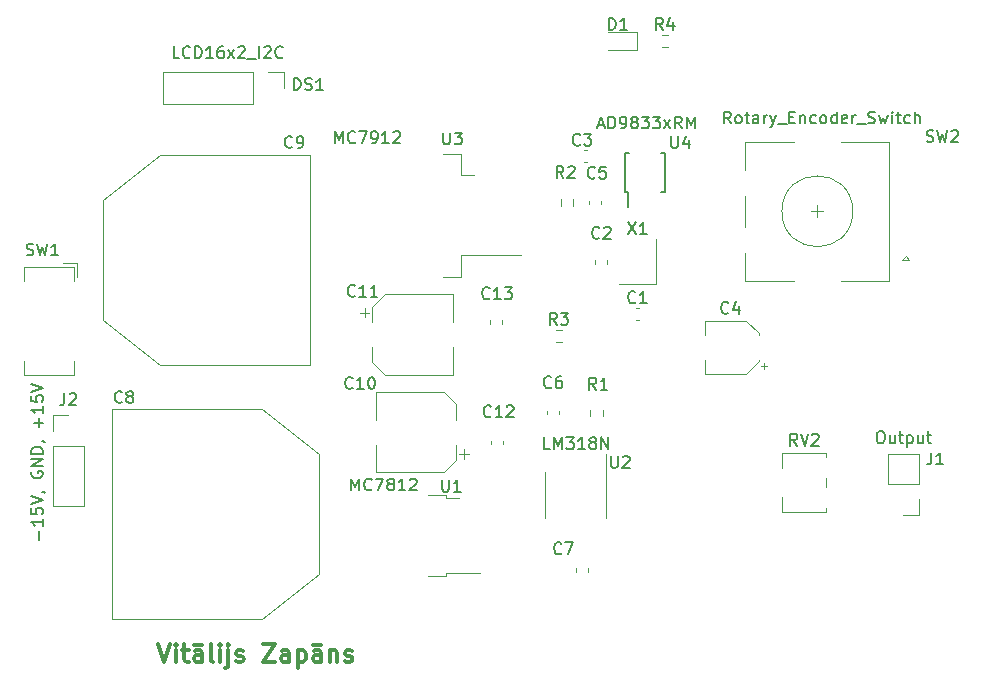
<source format=gbr>
%TF.GenerationSoftware,KiCad,Pcbnew,(5.0.1)-3*%
%TF.CreationDate,2020-11-23T15:34:50+02:00*%
%TF.ProjectId,Function_generator,46756E6374696F6E5F67656E65726174,rev?*%
%TF.SameCoordinates,Original*%
%TF.FileFunction,Legend,Top*%
%TF.FilePolarity,Positive*%
%FSLAX46Y46*%
G04 Gerber Fmt 4.6, Leading zero omitted, Abs format (unit mm)*
G04 Created by KiCad (PCBNEW (5.0.1)-3) date 23.11.2020 15:34:50*
%MOMM*%
%LPD*%
G01*
G04 APERTURE LIST*
%ADD10C,0.300000*%
%ADD11C,0.120000*%
%ADD12C,0.150000*%
G04 APERTURE END LIST*
D10*
X92914285Y-105278571D02*
X93414285Y-106778571D01*
X93914285Y-105278571D01*
X94414285Y-106778571D02*
X94414285Y-105778571D01*
X94414285Y-105278571D02*
X94342857Y-105350000D01*
X94414285Y-105421428D01*
X94485714Y-105350000D01*
X94414285Y-105278571D01*
X94414285Y-105421428D01*
X94914285Y-105778571D02*
X95485714Y-105778571D01*
X95128571Y-105278571D02*
X95128571Y-106564285D01*
X95200000Y-106707142D01*
X95342857Y-106778571D01*
X95485714Y-106778571D01*
X96628571Y-106778571D02*
X96628571Y-105992857D01*
X96557142Y-105850000D01*
X96414285Y-105778571D01*
X96128571Y-105778571D01*
X95985714Y-105850000D01*
X96628571Y-106707142D02*
X96485714Y-106778571D01*
X96128571Y-106778571D01*
X95985714Y-106707142D01*
X95914285Y-106564285D01*
X95914285Y-106421428D01*
X95985714Y-106278571D01*
X96128571Y-106207142D01*
X96485714Y-106207142D01*
X96628571Y-106135714D01*
X95914285Y-105350000D02*
X96628571Y-105350000D01*
X97557142Y-106778571D02*
X97414285Y-106707142D01*
X97342857Y-106564285D01*
X97342857Y-105278571D01*
X98128571Y-106778571D02*
X98128571Y-105778571D01*
X98128571Y-105278571D02*
X98057142Y-105350000D01*
X98128571Y-105421428D01*
X98200000Y-105350000D01*
X98128571Y-105278571D01*
X98128571Y-105421428D01*
X98842857Y-105778571D02*
X98842857Y-107064285D01*
X98771428Y-107207142D01*
X98628571Y-107278571D01*
X98557142Y-107278571D01*
X98842857Y-105278571D02*
X98771428Y-105350000D01*
X98842857Y-105421428D01*
X98914285Y-105350000D01*
X98842857Y-105278571D01*
X98842857Y-105421428D01*
X99485714Y-106707142D02*
X99628571Y-106778571D01*
X99914285Y-106778571D01*
X100057142Y-106707142D01*
X100128571Y-106564285D01*
X100128571Y-106492857D01*
X100057142Y-106350000D01*
X99914285Y-106278571D01*
X99700000Y-106278571D01*
X99557142Y-106207142D01*
X99485714Y-106064285D01*
X99485714Y-105992857D01*
X99557142Y-105850000D01*
X99700000Y-105778571D01*
X99914285Y-105778571D01*
X100057142Y-105850000D01*
X101771428Y-105278571D02*
X102771428Y-105278571D01*
X101771428Y-106778571D01*
X102771428Y-106778571D01*
X103985714Y-106778571D02*
X103985714Y-105992857D01*
X103914285Y-105850000D01*
X103771428Y-105778571D01*
X103485714Y-105778571D01*
X103342857Y-105850000D01*
X103985714Y-106707142D02*
X103842857Y-106778571D01*
X103485714Y-106778571D01*
X103342857Y-106707142D01*
X103271428Y-106564285D01*
X103271428Y-106421428D01*
X103342857Y-106278571D01*
X103485714Y-106207142D01*
X103842857Y-106207142D01*
X103985714Y-106135714D01*
X104700000Y-105778571D02*
X104700000Y-107278571D01*
X104700000Y-105850000D02*
X104842857Y-105778571D01*
X105128571Y-105778571D01*
X105271428Y-105850000D01*
X105342857Y-105921428D01*
X105414285Y-106064285D01*
X105414285Y-106492857D01*
X105342857Y-106635714D01*
X105271428Y-106707142D01*
X105128571Y-106778571D01*
X104842857Y-106778571D01*
X104700000Y-106707142D01*
X106700000Y-106778571D02*
X106700000Y-105992857D01*
X106628571Y-105850000D01*
X106485714Y-105778571D01*
X106200000Y-105778571D01*
X106057142Y-105850000D01*
X106700000Y-106707142D02*
X106557142Y-106778571D01*
X106200000Y-106778571D01*
X106057142Y-106707142D01*
X105985714Y-106564285D01*
X105985714Y-106421428D01*
X106057142Y-106278571D01*
X106200000Y-106207142D01*
X106557142Y-106207142D01*
X106700000Y-106135714D01*
X105985714Y-105350000D02*
X106700000Y-105350000D01*
X107414285Y-105778571D02*
X107414285Y-106778571D01*
X107414285Y-105921428D02*
X107485714Y-105850000D01*
X107628571Y-105778571D01*
X107842857Y-105778571D01*
X107985714Y-105850000D01*
X108057142Y-105992857D01*
X108057142Y-106778571D01*
X108700000Y-106707142D02*
X108842857Y-106778571D01*
X109128571Y-106778571D01*
X109271428Y-106707142D01*
X109342857Y-106564285D01*
X109342857Y-106492857D01*
X109271428Y-106350000D01*
X109128571Y-106278571D01*
X108914285Y-106278571D01*
X108771428Y-106207142D01*
X108700000Y-106064285D01*
X108700000Y-105992857D01*
X108771428Y-105850000D01*
X108914285Y-105778571D01*
X109128571Y-105778571D01*
X109271428Y-105850000D01*
D11*
%TO.C,C1*%
X133623267Y-77853000D02*
X133330733Y-77853000D01*
X133623267Y-76833000D02*
X133330733Y-76833000D01*
%TO.C,C2*%
X129919000Y-72751733D02*
X129919000Y-73044267D01*
X130939000Y-72751733D02*
X130939000Y-73044267D01*
%TO.C,C3*%
X129246267Y-64448000D02*
X128953733Y-64448000D01*
X129246267Y-63428000D02*
X128953733Y-63428000D01*
%TO.C,C4*%
X144228000Y-81947000D02*
X144228000Y-81447000D01*
X144478000Y-81697000D02*
X143978000Y-81697000D01*
X143738000Y-78941437D02*
X142673563Y-77877000D01*
X143738000Y-81332563D02*
X142673563Y-82397000D01*
X143738000Y-81332563D02*
X143738000Y-81197000D01*
X143738000Y-78941437D02*
X143738000Y-79077000D01*
X142673563Y-77877000D02*
X139218000Y-77877000D01*
X142673563Y-82397000D02*
X139218000Y-82397000D01*
X139218000Y-82397000D02*
X139218000Y-81197000D01*
X139218000Y-77877000D02*
X139218000Y-79077000D01*
%TO.C,C5*%
X130431000Y-68021267D02*
X130431000Y-67728733D01*
X129411000Y-68021267D02*
X129411000Y-67728733D01*
%TO.C,C6*%
X126843000Y-85527733D02*
X126843000Y-85820267D01*
X125823000Y-85527733D02*
X125823000Y-85820267D01*
%TO.C,C7*%
X129310000Y-99155267D02*
X129310000Y-98862733D01*
X128290000Y-99155267D02*
X128290000Y-98862733D01*
%TO.C,C8*%
X89027000Y-103124000D02*
X89027000Y-85344000D01*
X89027000Y-85344000D02*
X101727000Y-85344000D01*
X106553000Y-89154000D02*
X106553000Y-99314000D01*
X101727000Y-103124000D02*
X89027000Y-103124000D01*
X101727000Y-85344000D02*
X106553000Y-89154000D01*
X101727000Y-103124000D02*
X106553000Y-99314000D01*
%TO.C,C9*%
X93091000Y-63881000D02*
X88265000Y-67691000D01*
X93091000Y-81661000D02*
X88265000Y-77851000D01*
X93091000Y-63881000D02*
X105791000Y-63881000D01*
X88265000Y-77851000D02*
X88265000Y-67691000D01*
X105791000Y-81661000D02*
X93091000Y-81661000D01*
X105791000Y-63881000D02*
X105791000Y-81661000D01*
%TO.C,C10*%
X118788250Y-89553750D02*
X118788250Y-88766250D01*
X119182000Y-89160000D02*
X118394500Y-89160000D01*
X118154500Y-84966937D02*
X117090063Y-83902500D01*
X118154500Y-89658063D02*
X117090063Y-90722500D01*
X118154500Y-89658063D02*
X118154500Y-88372500D01*
X118154500Y-84966937D02*
X118154500Y-86252500D01*
X117090063Y-83902500D02*
X111334500Y-83902500D01*
X117090063Y-90722500D02*
X111334500Y-90722500D01*
X111334500Y-90722500D02*
X111334500Y-88372500D01*
X111334500Y-83902500D02*
X111334500Y-86252500D01*
%TO.C,C11*%
X117837000Y-82467500D02*
X117837000Y-80117500D01*
X117837000Y-75647500D02*
X117837000Y-77997500D01*
X112081437Y-75647500D02*
X117837000Y-75647500D01*
X112081437Y-82467500D02*
X117837000Y-82467500D01*
X111017000Y-81403063D02*
X111017000Y-80117500D01*
X111017000Y-76711937D02*
X111017000Y-77997500D01*
X111017000Y-76711937D02*
X112081437Y-75647500D01*
X111017000Y-81403063D02*
X112081437Y-82467500D01*
X109989500Y-77210000D02*
X110777000Y-77210000D01*
X110383250Y-76816250D02*
X110383250Y-77603750D01*
%TO.C,C12*%
X121090000Y-88053733D02*
X121090000Y-88346267D01*
X122110000Y-88053733D02*
X122110000Y-88346267D01*
%TO.C,C13*%
X121985500Y-77831733D02*
X121985500Y-78124267D01*
X120965500Y-77831733D02*
X120965500Y-78124267D01*
%TO.C,D1*%
X133460000Y-53465000D02*
X131000000Y-53465000D01*
X133460000Y-54935000D02*
X133460000Y-53465000D01*
X131000000Y-54935000D02*
X133460000Y-54935000D01*
%TO.C,J1*%
X157330000Y-94330000D02*
X156000000Y-94330000D01*
X157330000Y-93000000D02*
X157330000Y-94330000D01*
X157330000Y-91730000D02*
X154670000Y-91730000D01*
X154670000Y-91730000D02*
X154670000Y-89130000D01*
X157330000Y-91730000D02*
X157330000Y-89130000D01*
X157330000Y-89130000D02*
X154670000Y-89130000D01*
%TO.C,J2*%
X83970000Y-85870000D02*
X85300000Y-85870000D01*
X83970000Y-87200000D02*
X83970000Y-85870000D01*
X83970000Y-88470000D02*
X86630000Y-88470000D01*
X86630000Y-88470000D02*
X86630000Y-93610000D01*
X83970000Y-88470000D02*
X83970000Y-93610000D01*
X83970000Y-93610000D02*
X86630000Y-93610000D01*
%TO.C,R1*%
X129493500Y-85928724D02*
X129493500Y-85419276D01*
X130538500Y-85928724D02*
X130538500Y-85419276D01*
%TO.C,R2*%
X128030500Y-68129724D02*
X128030500Y-67620276D01*
X126985500Y-68129724D02*
X126985500Y-67620276D01*
%TO.C,R3*%
X126545276Y-78677500D02*
X127054724Y-78677500D01*
X126545276Y-79722500D02*
X127054724Y-79722500D01*
%TO.C,R4*%
X136054724Y-53677500D02*
X135545276Y-53677500D01*
X136054724Y-54722500D02*
X135545276Y-54722500D01*
%TO.C,RV2*%
X149470000Y-94120000D02*
X145730000Y-94120000D01*
X149470000Y-89080000D02*
X145730000Y-89080000D01*
X145730000Y-92840000D02*
X145730000Y-94120000D01*
X145730000Y-89080000D02*
X145730000Y-90360000D01*
X149470000Y-91240000D02*
X149470000Y-91960000D01*
X149470000Y-89080000D02*
X149470000Y-89460000D01*
X149470000Y-93740000D02*
X149470000Y-94120000D01*
%TO.C,SW2*%
X151710000Y-68620000D02*
G75*
G03X151710000Y-68620000I-3000000J0D01*
G01*
X146710000Y-74520000D02*
X142610000Y-74520000D01*
X142610000Y-62720000D02*
X146710000Y-62720000D01*
X150710000Y-62720000D02*
X154810000Y-62720000D01*
X150710000Y-74520000D02*
X154810000Y-74520000D01*
X154810000Y-74520000D02*
X154810000Y-62720000D01*
X156210000Y-72420000D02*
X156510000Y-72720000D01*
X156510000Y-72720000D02*
X155910000Y-72720000D01*
X155910000Y-72720000D02*
X156210000Y-72420000D01*
X142610000Y-74520000D02*
X142610000Y-72120000D01*
X142610000Y-69920000D02*
X142610000Y-67320000D01*
X142610000Y-65120000D02*
X142610000Y-62720000D01*
X148710000Y-69120000D02*
X148710000Y-68120000D01*
X149210000Y-68620000D02*
X148210000Y-68620000D01*
%TO.C,U2*%
X130798000Y-92659000D02*
X130798000Y-89209000D01*
X130798000Y-92659000D02*
X130798000Y-94609000D01*
X125678000Y-92659000D02*
X125678000Y-90709000D01*
X125678000Y-92659000D02*
X125678000Y-94609000D01*
%TO.C,U3*%
X118520000Y-65571000D02*
X119620000Y-65571000D01*
X118520000Y-63761000D02*
X118520000Y-65571000D01*
X117020000Y-63761000D02*
X118520000Y-63761000D01*
X118520000Y-72351000D02*
X123645000Y-72351000D01*
X118520000Y-74161000D02*
X118520000Y-72351000D01*
X117020000Y-74161000D02*
X118520000Y-74161000D01*
D12*
%TO.C,U4*%
X132662000Y-67010000D02*
X132662000Y-68235000D01*
X135787000Y-67010000D02*
X135787000Y-63660000D01*
X132437000Y-67010000D02*
X132437000Y-63660000D01*
X135787000Y-67010000D02*
X135487000Y-67010000D01*
X135787000Y-63660000D02*
X135487000Y-63660000D01*
X132437000Y-63660000D02*
X132737000Y-63660000D01*
X132437000Y-67010000D02*
X132662000Y-67010000D01*
D11*
%TO.C,X1*%
X135052000Y-74798000D02*
X135052000Y-70998000D01*
X131902000Y-74798000D02*
X135052000Y-74798000D01*
%TO.C,DS1*%
X93285000Y-56836000D02*
X93285000Y-59496000D01*
X100965000Y-56836000D02*
X93285000Y-56836000D01*
X100965000Y-59496000D02*
X93285000Y-59496000D01*
X100965000Y-56836000D02*
X100965000Y-59496000D01*
X102235000Y-56836000D02*
X103565000Y-56836000D01*
X103565000Y-56836000D02*
X103565000Y-58166000D01*
%TO.C,U1*%
X115778000Y-99525500D02*
X117278000Y-99525500D01*
X117278000Y-99525500D02*
X117278000Y-99255500D01*
X117278000Y-99255500D02*
X120108000Y-99255500D01*
X115778000Y-92625500D02*
X117278000Y-92625500D01*
X117278000Y-92625500D02*
X117278000Y-92895500D01*
X117278000Y-92895500D02*
X118378000Y-92895500D01*
%TO.C,SW1*%
X86050000Y-73000000D02*
X84850000Y-73000000D01*
X86050000Y-74200000D02*
X86050000Y-73000000D01*
X81550000Y-82500000D02*
X81550000Y-81300000D01*
X85750000Y-82500000D02*
X81550000Y-82500000D01*
X85750000Y-81300000D02*
X85750000Y-82500000D01*
X81550000Y-73300000D02*
X81550000Y-74500000D01*
X85750000Y-73300000D02*
X81550000Y-73300000D01*
X85750000Y-74500000D02*
X85750000Y-73300000D01*
%TO.C,C1*%
D12*
X133310333Y-76303142D02*
X133262714Y-76350761D01*
X133119857Y-76398380D01*
X133024619Y-76398380D01*
X132881761Y-76350761D01*
X132786523Y-76255523D01*
X132738904Y-76160285D01*
X132691285Y-75969809D01*
X132691285Y-75826952D01*
X132738904Y-75636476D01*
X132786523Y-75541238D01*
X132881761Y-75446000D01*
X133024619Y-75398380D01*
X133119857Y-75398380D01*
X133262714Y-75446000D01*
X133310333Y-75493619D01*
X134262714Y-76398380D02*
X133691285Y-76398380D01*
X133977000Y-76398380D02*
X133977000Y-75398380D01*
X133881761Y-75541238D01*
X133786523Y-75636476D01*
X133691285Y-75684095D01*
%TO.C,C2*%
X130262333Y-70842142D02*
X130214714Y-70889761D01*
X130071857Y-70937380D01*
X129976619Y-70937380D01*
X129833761Y-70889761D01*
X129738523Y-70794523D01*
X129690904Y-70699285D01*
X129643285Y-70508809D01*
X129643285Y-70365952D01*
X129690904Y-70175476D01*
X129738523Y-70080238D01*
X129833761Y-69985000D01*
X129976619Y-69937380D01*
X130071857Y-69937380D01*
X130214714Y-69985000D01*
X130262333Y-70032619D01*
X130643285Y-70032619D02*
X130690904Y-69985000D01*
X130786142Y-69937380D01*
X131024238Y-69937380D01*
X131119476Y-69985000D01*
X131167095Y-70032619D01*
X131214714Y-70127857D01*
X131214714Y-70223095D01*
X131167095Y-70365952D01*
X130595666Y-70937380D01*
X131214714Y-70937380D01*
%TO.C,C3*%
X128633333Y-62957142D02*
X128585714Y-63004761D01*
X128442857Y-63052380D01*
X128347619Y-63052380D01*
X128204761Y-63004761D01*
X128109523Y-62909523D01*
X128061904Y-62814285D01*
X128014285Y-62623809D01*
X128014285Y-62480952D01*
X128061904Y-62290476D01*
X128109523Y-62195238D01*
X128204761Y-62100000D01*
X128347619Y-62052380D01*
X128442857Y-62052380D01*
X128585714Y-62100000D01*
X128633333Y-62147619D01*
X128966666Y-62052380D02*
X129585714Y-62052380D01*
X129252380Y-62433333D01*
X129395238Y-62433333D01*
X129490476Y-62480952D01*
X129538095Y-62528571D01*
X129585714Y-62623809D01*
X129585714Y-62861904D01*
X129538095Y-62957142D01*
X129490476Y-63004761D01*
X129395238Y-63052380D01*
X129109523Y-63052380D01*
X129014285Y-63004761D01*
X128966666Y-62957142D01*
%TO.C,C4*%
X141184333Y-77192142D02*
X141136714Y-77239761D01*
X140993857Y-77287380D01*
X140898619Y-77287380D01*
X140755761Y-77239761D01*
X140660523Y-77144523D01*
X140612904Y-77049285D01*
X140565285Y-76858809D01*
X140565285Y-76715952D01*
X140612904Y-76525476D01*
X140660523Y-76430238D01*
X140755761Y-76335000D01*
X140898619Y-76287380D01*
X140993857Y-76287380D01*
X141136714Y-76335000D01*
X141184333Y-76382619D01*
X142041476Y-76620714D02*
X142041476Y-77287380D01*
X141803380Y-76239761D02*
X141565285Y-76954047D01*
X142184333Y-76954047D01*
%TO.C,C5*%
X129881333Y-65757142D02*
X129833714Y-65804761D01*
X129690857Y-65852380D01*
X129595619Y-65852380D01*
X129452761Y-65804761D01*
X129357523Y-65709523D01*
X129309904Y-65614285D01*
X129262285Y-65423809D01*
X129262285Y-65280952D01*
X129309904Y-65090476D01*
X129357523Y-64995238D01*
X129452761Y-64900000D01*
X129595619Y-64852380D01*
X129690857Y-64852380D01*
X129833714Y-64900000D01*
X129881333Y-64947619D01*
X130786095Y-64852380D02*
X130309904Y-64852380D01*
X130262285Y-65328571D01*
X130309904Y-65280952D01*
X130405142Y-65233333D01*
X130643238Y-65233333D01*
X130738476Y-65280952D01*
X130786095Y-65328571D01*
X130833714Y-65423809D01*
X130833714Y-65661904D01*
X130786095Y-65757142D01*
X130738476Y-65804761D01*
X130643238Y-65852380D01*
X130405142Y-65852380D01*
X130309904Y-65804761D01*
X130262285Y-65757142D01*
%TO.C,C6*%
X126166333Y-83491142D02*
X126118714Y-83538761D01*
X125975857Y-83586380D01*
X125880619Y-83586380D01*
X125737761Y-83538761D01*
X125642523Y-83443523D01*
X125594904Y-83348285D01*
X125547285Y-83157809D01*
X125547285Y-83014952D01*
X125594904Y-82824476D01*
X125642523Y-82729238D01*
X125737761Y-82634000D01*
X125880619Y-82586380D01*
X125975857Y-82586380D01*
X126118714Y-82634000D01*
X126166333Y-82681619D01*
X127023476Y-82586380D02*
X126833000Y-82586380D01*
X126737761Y-82634000D01*
X126690142Y-82681619D01*
X126594904Y-82824476D01*
X126547285Y-83014952D01*
X126547285Y-83395904D01*
X126594904Y-83491142D01*
X126642523Y-83538761D01*
X126737761Y-83586380D01*
X126928238Y-83586380D01*
X127023476Y-83538761D01*
X127071095Y-83491142D01*
X127118714Y-83395904D01*
X127118714Y-83157809D01*
X127071095Y-83062571D01*
X127023476Y-83014952D01*
X126928238Y-82967333D01*
X126737761Y-82967333D01*
X126642523Y-83014952D01*
X126594904Y-83062571D01*
X126547285Y-83157809D01*
%TO.C,C7*%
X127033333Y-97557142D02*
X126985714Y-97604761D01*
X126842857Y-97652380D01*
X126747619Y-97652380D01*
X126604761Y-97604761D01*
X126509523Y-97509523D01*
X126461904Y-97414285D01*
X126414285Y-97223809D01*
X126414285Y-97080952D01*
X126461904Y-96890476D01*
X126509523Y-96795238D01*
X126604761Y-96700000D01*
X126747619Y-96652380D01*
X126842857Y-96652380D01*
X126985714Y-96700000D01*
X127033333Y-96747619D01*
X127366666Y-96652380D02*
X128033333Y-96652380D01*
X127604761Y-97652380D01*
%TO.C,C8*%
X89833333Y-84757142D02*
X89785714Y-84804761D01*
X89642857Y-84852380D01*
X89547619Y-84852380D01*
X89404761Y-84804761D01*
X89309523Y-84709523D01*
X89261904Y-84614285D01*
X89214285Y-84423809D01*
X89214285Y-84280952D01*
X89261904Y-84090476D01*
X89309523Y-83995238D01*
X89404761Y-83900000D01*
X89547619Y-83852380D01*
X89642857Y-83852380D01*
X89785714Y-83900000D01*
X89833333Y-83947619D01*
X90404761Y-84280952D02*
X90309523Y-84233333D01*
X90261904Y-84185714D01*
X90214285Y-84090476D01*
X90214285Y-84042857D01*
X90261904Y-83947619D01*
X90309523Y-83900000D01*
X90404761Y-83852380D01*
X90595238Y-83852380D01*
X90690476Y-83900000D01*
X90738095Y-83947619D01*
X90785714Y-84042857D01*
X90785714Y-84090476D01*
X90738095Y-84185714D01*
X90690476Y-84233333D01*
X90595238Y-84280952D01*
X90404761Y-84280952D01*
X90309523Y-84328571D01*
X90261904Y-84376190D01*
X90214285Y-84471428D01*
X90214285Y-84661904D01*
X90261904Y-84757142D01*
X90309523Y-84804761D01*
X90404761Y-84852380D01*
X90595238Y-84852380D01*
X90690476Y-84804761D01*
X90738095Y-84757142D01*
X90785714Y-84661904D01*
X90785714Y-84471428D01*
X90738095Y-84376190D01*
X90690476Y-84328571D01*
X90595238Y-84280952D01*
%TO.C,C9*%
X104233333Y-63157142D02*
X104185714Y-63204761D01*
X104042857Y-63252380D01*
X103947619Y-63252380D01*
X103804761Y-63204761D01*
X103709523Y-63109523D01*
X103661904Y-63014285D01*
X103614285Y-62823809D01*
X103614285Y-62680952D01*
X103661904Y-62490476D01*
X103709523Y-62395238D01*
X103804761Y-62300000D01*
X103947619Y-62252380D01*
X104042857Y-62252380D01*
X104185714Y-62300000D01*
X104233333Y-62347619D01*
X104709523Y-63252380D02*
X104900000Y-63252380D01*
X104995238Y-63204761D01*
X105042857Y-63157142D01*
X105138095Y-63014285D01*
X105185714Y-62823809D01*
X105185714Y-62442857D01*
X105138095Y-62347619D01*
X105090476Y-62300000D01*
X104995238Y-62252380D01*
X104804761Y-62252380D01*
X104709523Y-62300000D01*
X104661904Y-62347619D01*
X104614285Y-62442857D01*
X104614285Y-62680952D01*
X104661904Y-62776190D01*
X104709523Y-62823809D01*
X104804761Y-62871428D01*
X104995238Y-62871428D01*
X105090476Y-62823809D01*
X105138095Y-62776190D01*
X105185714Y-62680952D01*
%TO.C,C10*%
X109357142Y-83557142D02*
X109309523Y-83604761D01*
X109166666Y-83652380D01*
X109071428Y-83652380D01*
X108928571Y-83604761D01*
X108833333Y-83509523D01*
X108785714Y-83414285D01*
X108738095Y-83223809D01*
X108738095Y-83080952D01*
X108785714Y-82890476D01*
X108833333Y-82795238D01*
X108928571Y-82700000D01*
X109071428Y-82652380D01*
X109166666Y-82652380D01*
X109309523Y-82700000D01*
X109357142Y-82747619D01*
X110309523Y-83652380D02*
X109738095Y-83652380D01*
X110023809Y-83652380D02*
X110023809Y-82652380D01*
X109928571Y-82795238D01*
X109833333Y-82890476D01*
X109738095Y-82938095D01*
X110928571Y-82652380D02*
X111023809Y-82652380D01*
X111119047Y-82700000D01*
X111166666Y-82747619D01*
X111214285Y-82842857D01*
X111261904Y-83033333D01*
X111261904Y-83271428D01*
X111214285Y-83461904D01*
X111166666Y-83557142D01*
X111119047Y-83604761D01*
X111023809Y-83652380D01*
X110928571Y-83652380D01*
X110833333Y-83604761D01*
X110785714Y-83557142D01*
X110738095Y-83461904D01*
X110690476Y-83271428D01*
X110690476Y-83033333D01*
X110738095Y-82842857D01*
X110785714Y-82747619D01*
X110833333Y-82700000D01*
X110928571Y-82652380D01*
%TO.C,C11*%
X109557142Y-75757142D02*
X109509523Y-75804761D01*
X109366666Y-75852380D01*
X109271428Y-75852380D01*
X109128571Y-75804761D01*
X109033333Y-75709523D01*
X108985714Y-75614285D01*
X108938095Y-75423809D01*
X108938095Y-75280952D01*
X108985714Y-75090476D01*
X109033333Y-74995238D01*
X109128571Y-74900000D01*
X109271428Y-74852380D01*
X109366666Y-74852380D01*
X109509523Y-74900000D01*
X109557142Y-74947619D01*
X110509523Y-75852380D02*
X109938095Y-75852380D01*
X110223809Y-75852380D02*
X110223809Y-74852380D01*
X110128571Y-74995238D01*
X110033333Y-75090476D01*
X109938095Y-75138095D01*
X111461904Y-75852380D02*
X110890476Y-75852380D01*
X111176190Y-75852380D02*
X111176190Y-74852380D01*
X111080952Y-74995238D01*
X110985714Y-75090476D01*
X110890476Y-75138095D01*
%TO.C,C12*%
X121084142Y-85957142D02*
X121036523Y-86004761D01*
X120893666Y-86052380D01*
X120798428Y-86052380D01*
X120655571Y-86004761D01*
X120560333Y-85909523D01*
X120512714Y-85814285D01*
X120465095Y-85623809D01*
X120465095Y-85480952D01*
X120512714Y-85290476D01*
X120560333Y-85195238D01*
X120655571Y-85100000D01*
X120798428Y-85052380D01*
X120893666Y-85052380D01*
X121036523Y-85100000D01*
X121084142Y-85147619D01*
X122036523Y-86052380D02*
X121465095Y-86052380D01*
X121750809Y-86052380D02*
X121750809Y-85052380D01*
X121655571Y-85195238D01*
X121560333Y-85290476D01*
X121465095Y-85338095D01*
X122417476Y-85147619D02*
X122465095Y-85100000D01*
X122560333Y-85052380D01*
X122798428Y-85052380D01*
X122893666Y-85100000D01*
X122941285Y-85147619D01*
X122988904Y-85242857D01*
X122988904Y-85338095D01*
X122941285Y-85480952D01*
X122369857Y-86052380D01*
X122988904Y-86052380D01*
%TO.C,C13*%
X120957142Y-75957142D02*
X120909523Y-76004761D01*
X120766666Y-76052380D01*
X120671428Y-76052380D01*
X120528571Y-76004761D01*
X120433333Y-75909523D01*
X120385714Y-75814285D01*
X120338095Y-75623809D01*
X120338095Y-75480952D01*
X120385714Y-75290476D01*
X120433333Y-75195238D01*
X120528571Y-75100000D01*
X120671428Y-75052380D01*
X120766666Y-75052380D01*
X120909523Y-75100000D01*
X120957142Y-75147619D01*
X121909523Y-76052380D02*
X121338095Y-76052380D01*
X121623809Y-76052380D02*
X121623809Y-75052380D01*
X121528571Y-75195238D01*
X121433333Y-75290476D01*
X121338095Y-75338095D01*
X122242857Y-75052380D02*
X122861904Y-75052380D01*
X122528571Y-75433333D01*
X122671428Y-75433333D01*
X122766666Y-75480952D01*
X122814285Y-75528571D01*
X122861904Y-75623809D01*
X122861904Y-75861904D01*
X122814285Y-75957142D01*
X122766666Y-76004761D01*
X122671428Y-76052380D01*
X122385714Y-76052380D01*
X122290476Y-76004761D01*
X122242857Y-75957142D01*
%TO.C,D1*%
X131061904Y-53252380D02*
X131061904Y-52252380D01*
X131300000Y-52252380D01*
X131442857Y-52300000D01*
X131538095Y-52395238D01*
X131585714Y-52490476D01*
X131633333Y-52680952D01*
X131633333Y-52823809D01*
X131585714Y-53014285D01*
X131538095Y-53109523D01*
X131442857Y-53204761D01*
X131300000Y-53252380D01*
X131061904Y-53252380D01*
X132585714Y-53252380D02*
X132014285Y-53252380D01*
X132300000Y-53252380D02*
X132300000Y-52252380D01*
X132204761Y-52395238D01*
X132109523Y-52490476D01*
X132014285Y-52538095D01*
%TO.C,J1*%
X158366666Y-89052380D02*
X158366666Y-89766666D01*
X158319047Y-89909523D01*
X158223809Y-90004761D01*
X158080952Y-90052380D01*
X157985714Y-90052380D01*
X159366666Y-90052380D02*
X158795238Y-90052380D01*
X159080952Y-90052380D02*
X159080952Y-89052380D01*
X158985714Y-89195238D01*
X158890476Y-89290476D01*
X158795238Y-89338095D01*
X153976190Y-87252380D02*
X154166666Y-87252380D01*
X154261904Y-87300000D01*
X154357142Y-87395238D01*
X154404761Y-87585714D01*
X154404761Y-87919047D01*
X154357142Y-88109523D01*
X154261904Y-88204761D01*
X154166666Y-88252380D01*
X153976190Y-88252380D01*
X153880952Y-88204761D01*
X153785714Y-88109523D01*
X153738095Y-87919047D01*
X153738095Y-87585714D01*
X153785714Y-87395238D01*
X153880952Y-87300000D01*
X153976190Y-87252380D01*
X155261904Y-87585714D02*
X155261904Y-88252380D01*
X154833333Y-87585714D02*
X154833333Y-88109523D01*
X154880952Y-88204761D01*
X154976190Y-88252380D01*
X155119047Y-88252380D01*
X155214285Y-88204761D01*
X155261904Y-88157142D01*
X155595238Y-87585714D02*
X155976190Y-87585714D01*
X155738095Y-87252380D02*
X155738095Y-88109523D01*
X155785714Y-88204761D01*
X155880952Y-88252380D01*
X155976190Y-88252380D01*
X156309523Y-87585714D02*
X156309523Y-88585714D01*
X156309523Y-87633333D02*
X156404761Y-87585714D01*
X156595238Y-87585714D01*
X156690476Y-87633333D01*
X156738095Y-87680952D01*
X156785714Y-87776190D01*
X156785714Y-88061904D01*
X156738095Y-88157142D01*
X156690476Y-88204761D01*
X156595238Y-88252380D01*
X156404761Y-88252380D01*
X156309523Y-88204761D01*
X157642857Y-87585714D02*
X157642857Y-88252380D01*
X157214285Y-87585714D02*
X157214285Y-88109523D01*
X157261904Y-88204761D01*
X157357142Y-88252380D01*
X157500000Y-88252380D01*
X157595238Y-88204761D01*
X157642857Y-88157142D01*
X157976190Y-87585714D02*
X158357142Y-87585714D01*
X158119047Y-87252380D02*
X158119047Y-88109523D01*
X158166666Y-88204761D01*
X158261904Y-88252380D01*
X158357142Y-88252380D01*
%TO.C,J2*%
X84966666Y-84029380D02*
X84966666Y-84743666D01*
X84919047Y-84886523D01*
X84823809Y-84981761D01*
X84680952Y-85029380D01*
X84585714Y-85029380D01*
X85395238Y-84124619D02*
X85442857Y-84077000D01*
X85538095Y-84029380D01*
X85776190Y-84029380D01*
X85871428Y-84077000D01*
X85919047Y-84124619D01*
X85966666Y-84219857D01*
X85966666Y-84315095D01*
X85919047Y-84457952D01*
X85347619Y-85029380D01*
X85966666Y-85029380D01*
X82771428Y-96423809D02*
X82771428Y-95661904D01*
X83152380Y-94661904D02*
X83152380Y-95233333D01*
X83152380Y-94947619D02*
X82152380Y-94947619D01*
X82295238Y-95042857D01*
X82390476Y-95138095D01*
X82438095Y-95233333D01*
X82152380Y-93757142D02*
X82152380Y-94233333D01*
X82628571Y-94280952D01*
X82580952Y-94233333D01*
X82533333Y-94138095D01*
X82533333Y-93900000D01*
X82580952Y-93804761D01*
X82628571Y-93757142D01*
X82723809Y-93709523D01*
X82961904Y-93709523D01*
X83057142Y-93757142D01*
X83104761Y-93804761D01*
X83152380Y-93900000D01*
X83152380Y-94138095D01*
X83104761Y-94233333D01*
X83057142Y-94280952D01*
X82152380Y-93423809D02*
X83152380Y-93090476D01*
X82152380Y-92757142D01*
X83104761Y-92376190D02*
X83152380Y-92376190D01*
X83247619Y-92423809D01*
X83295238Y-92471428D01*
X82200000Y-90661904D02*
X82152380Y-90757142D01*
X82152380Y-90900000D01*
X82200000Y-91042857D01*
X82295238Y-91138095D01*
X82390476Y-91185714D01*
X82580952Y-91233333D01*
X82723809Y-91233333D01*
X82914285Y-91185714D01*
X83009523Y-91138095D01*
X83104761Y-91042857D01*
X83152380Y-90900000D01*
X83152380Y-90804761D01*
X83104761Y-90661904D01*
X83057142Y-90614285D01*
X82723809Y-90614285D01*
X82723809Y-90804761D01*
X83152380Y-90185714D02*
X82152380Y-90185714D01*
X83152380Y-89614285D01*
X82152380Y-89614285D01*
X83152380Y-89138095D02*
X82152380Y-89138095D01*
X82152380Y-88900000D01*
X82200000Y-88757142D01*
X82295238Y-88661904D01*
X82390476Y-88614285D01*
X82580952Y-88566666D01*
X82723809Y-88566666D01*
X82914285Y-88614285D01*
X83009523Y-88661904D01*
X83104761Y-88757142D01*
X83152380Y-88900000D01*
X83152380Y-89138095D01*
X83104761Y-88090476D02*
X83152380Y-88090476D01*
X83247619Y-88138095D01*
X83295238Y-88185714D01*
X82771428Y-86900000D02*
X82771428Y-86138095D01*
X83152380Y-86519047D02*
X82390476Y-86519047D01*
X83152380Y-85138095D02*
X83152380Y-85709523D01*
X83152380Y-85423809D02*
X82152380Y-85423809D01*
X82295238Y-85519047D01*
X82390476Y-85614285D01*
X82438095Y-85709523D01*
X82152380Y-84233333D02*
X82152380Y-84709523D01*
X82628571Y-84757142D01*
X82580952Y-84709523D01*
X82533333Y-84614285D01*
X82533333Y-84376190D01*
X82580952Y-84280952D01*
X82628571Y-84233333D01*
X82723809Y-84185714D01*
X82961904Y-84185714D01*
X83057142Y-84233333D01*
X83104761Y-84280952D01*
X83152380Y-84376190D01*
X83152380Y-84614285D01*
X83104761Y-84709523D01*
X83057142Y-84757142D01*
X82152380Y-83900000D02*
X83152380Y-83566666D01*
X82152380Y-83233333D01*
%TO.C,R1*%
X129976333Y-83713380D02*
X129643000Y-83237190D01*
X129404904Y-83713380D02*
X129404904Y-82713380D01*
X129785857Y-82713380D01*
X129881095Y-82761000D01*
X129928714Y-82808619D01*
X129976333Y-82903857D01*
X129976333Y-83046714D01*
X129928714Y-83141952D01*
X129881095Y-83189571D01*
X129785857Y-83237190D01*
X129404904Y-83237190D01*
X130928714Y-83713380D02*
X130357285Y-83713380D01*
X130643000Y-83713380D02*
X130643000Y-82713380D01*
X130547761Y-82856238D01*
X130452523Y-82951476D01*
X130357285Y-82999095D01*
%TO.C,R2*%
X127214333Y-65787380D02*
X126881000Y-65311190D01*
X126642904Y-65787380D02*
X126642904Y-64787380D01*
X127023857Y-64787380D01*
X127119095Y-64835000D01*
X127166714Y-64882619D01*
X127214333Y-64977857D01*
X127214333Y-65120714D01*
X127166714Y-65215952D01*
X127119095Y-65263571D01*
X127023857Y-65311190D01*
X126642904Y-65311190D01*
X127595285Y-64882619D02*
X127642904Y-64835000D01*
X127738142Y-64787380D01*
X127976238Y-64787380D01*
X128071476Y-64835000D01*
X128119095Y-64882619D01*
X128166714Y-64977857D01*
X128166714Y-65073095D01*
X128119095Y-65215952D01*
X127547666Y-65787380D01*
X128166714Y-65787380D01*
%TO.C,R3*%
X126633333Y-78222380D02*
X126300000Y-77746190D01*
X126061904Y-78222380D02*
X126061904Y-77222380D01*
X126442857Y-77222380D01*
X126538095Y-77270000D01*
X126585714Y-77317619D01*
X126633333Y-77412857D01*
X126633333Y-77555714D01*
X126585714Y-77650952D01*
X126538095Y-77698571D01*
X126442857Y-77746190D01*
X126061904Y-77746190D01*
X126966666Y-77222380D02*
X127585714Y-77222380D01*
X127252380Y-77603333D01*
X127395238Y-77603333D01*
X127490476Y-77650952D01*
X127538095Y-77698571D01*
X127585714Y-77793809D01*
X127585714Y-78031904D01*
X127538095Y-78127142D01*
X127490476Y-78174761D01*
X127395238Y-78222380D01*
X127109523Y-78222380D01*
X127014285Y-78174761D01*
X126966666Y-78127142D01*
%TO.C,R4*%
X135633333Y-53252380D02*
X135300000Y-52776190D01*
X135061904Y-53252380D02*
X135061904Y-52252380D01*
X135442857Y-52252380D01*
X135538095Y-52300000D01*
X135585714Y-52347619D01*
X135633333Y-52442857D01*
X135633333Y-52585714D01*
X135585714Y-52680952D01*
X135538095Y-52728571D01*
X135442857Y-52776190D01*
X135061904Y-52776190D01*
X136490476Y-52585714D02*
X136490476Y-53252380D01*
X136252380Y-52204761D02*
X136014285Y-52919047D01*
X136633333Y-52919047D01*
%TO.C,RV2*%
X147004761Y-88452380D02*
X146671428Y-87976190D01*
X146433333Y-88452380D02*
X146433333Y-87452380D01*
X146814285Y-87452380D01*
X146909523Y-87500000D01*
X146957142Y-87547619D01*
X147004761Y-87642857D01*
X147004761Y-87785714D01*
X146957142Y-87880952D01*
X146909523Y-87928571D01*
X146814285Y-87976190D01*
X146433333Y-87976190D01*
X147290476Y-87452380D02*
X147623809Y-88452380D01*
X147957142Y-87452380D01*
X148242857Y-87547619D02*
X148290476Y-87500000D01*
X148385714Y-87452380D01*
X148623809Y-87452380D01*
X148719047Y-87500000D01*
X148766666Y-87547619D01*
X148814285Y-87642857D01*
X148814285Y-87738095D01*
X148766666Y-87880952D01*
X148195238Y-88452380D01*
X148814285Y-88452380D01*
%TO.C,SW2*%
X157966666Y-62704761D02*
X158109523Y-62752380D01*
X158347619Y-62752380D01*
X158442857Y-62704761D01*
X158490476Y-62657142D01*
X158538095Y-62561904D01*
X158538095Y-62466666D01*
X158490476Y-62371428D01*
X158442857Y-62323809D01*
X158347619Y-62276190D01*
X158157142Y-62228571D01*
X158061904Y-62180952D01*
X158014285Y-62133333D01*
X157966666Y-62038095D01*
X157966666Y-61942857D01*
X158014285Y-61847619D01*
X158061904Y-61800000D01*
X158157142Y-61752380D01*
X158395238Y-61752380D01*
X158538095Y-61800000D01*
X158871428Y-61752380D02*
X159109523Y-62752380D01*
X159300000Y-62038095D01*
X159490476Y-62752380D01*
X159728571Y-61752380D01*
X160061904Y-61847619D02*
X160109523Y-61800000D01*
X160204761Y-61752380D01*
X160442857Y-61752380D01*
X160538095Y-61800000D01*
X160585714Y-61847619D01*
X160633333Y-61942857D01*
X160633333Y-62038095D01*
X160585714Y-62180952D01*
X160014285Y-62752380D01*
X160633333Y-62752380D01*
X141385714Y-61172380D02*
X141052380Y-60696190D01*
X140814285Y-61172380D02*
X140814285Y-60172380D01*
X141195238Y-60172380D01*
X141290476Y-60220000D01*
X141338095Y-60267619D01*
X141385714Y-60362857D01*
X141385714Y-60505714D01*
X141338095Y-60600952D01*
X141290476Y-60648571D01*
X141195238Y-60696190D01*
X140814285Y-60696190D01*
X141957142Y-61172380D02*
X141861904Y-61124761D01*
X141814285Y-61077142D01*
X141766666Y-60981904D01*
X141766666Y-60696190D01*
X141814285Y-60600952D01*
X141861904Y-60553333D01*
X141957142Y-60505714D01*
X142100000Y-60505714D01*
X142195238Y-60553333D01*
X142242857Y-60600952D01*
X142290476Y-60696190D01*
X142290476Y-60981904D01*
X142242857Y-61077142D01*
X142195238Y-61124761D01*
X142100000Y-61172380D01*
X141957142Y-61172380D01*
X142576190Y-60505714D02*
X142957142Y-60505714D01*
X142719047Y-60172380D02*
X142719047Y-61029523D01*
X142766666Y-61124761D01*
X142861904Y-61172380D01*
X142957142Y-61172380D01*
X143719047Y-61172380D02*
X143719047Y-60648571D01*
X143671428Y-60553333D01*
X143576190Y-60505714D01*
X143385714Y-60505714D01*
X143290476Y-60553333D01*
X143719047Y-61124761D02*
X143623809Y-61172380D01*
X143385714Y-61172380D01*
X143290476Y-61124761D01*
X143242857Y-61029523D01*
X143242857Y-60934285D01*
X143290476Y-60839047D01*
X143385714Y-60791428D01*
X143623809Y-60791428D01*
X143719047Y-60743809D01*
X144195238Y-61172380D02*
X144195238Y-60505714D01*
X144195238Y-60696190D02*
X144242857Y-60600952D01*
X144290476Y-60553333D01*
X144385714Y-60505714D01*
X144480952Y-60505714D01*
X144719047Y-60505714D02*
X144957142Y-61172380D01*
X145195238Y-60505714D02*
X144957142Y-61172380D01*
X144861904Y-61410476D01*
X144814285Y-61458095D01*
X144719047Y-61505714D01*
X145338095Y-61267619D02*
X146100000Y-61267619D01*
X146338095Y-60648571D02*
X146671428Y-60648571D01*
X146814285Y-61172380D02*
X146338095Y-61172380D01*
X146338095Y-60172380D01*
X146814285Y-60172380D01*
X147242857Y-60505714D02*
X147242857Y-61172380D01*
X147242857Y-60600952D02*
X147290476Y-60553333D01*
X147385714Y-60505714D01*
X147528571Y-60505714D01*
X147623809Y-60553333D01*
X147671428Y-60648571D01*
X147671428Y-61172380D01*
X148576190Y-61124761D02*
X148480952Y-61172380D01*
X148290476Y-61172380D01*
X148195238Y-61124761D01*
X148147619Y-61077142D01*
X148100000Y-60981904D01*
X148100000Y-60696190D01*
X148147619Y-60600952D01*
X148195238Y-60553333D01*
X148290476Y-60505714D01*
X148480952Y-60505714D01*
X148576190Y-60553333D01*
X149147619Y-61172380D02*
X149052380Y-61124761D01*
X149004761Y-61077142D01*
X148957142Y-60981904D01*
X148957142Y-60696190D01*
X149004761Y-60600952D01*
X149052380Y-60553333D01*
X149147619Y-60505714D01*
X149290476Y-60505714D01*
X149385714Y-60553333D01*
X149433333Y-60600952D01*
X149480952Y-60696190D01*
X149480952Y-60981904D01*
X149433333Y-61077142D01*
X149385714Y-61124761D01*
X149290476Y-61172380D01*
X149147619Y-61172380D01*
X150338095Y-61172380D02*
X150338095Y-60172380D01*
X150338095Y-61124761D02*
X150242857Y-61172380D01*
X150052380Y-61172380D01*
X149957142Y-61124761D01*
X149909523Y-61077142D01*
X149861904Y-60981904D01*
X149861904Y-60696190D01*
X149909523Y-60600952D01*
X149957142Y-60553333D01*
X150052380Y-60505714D01*
X150242857Y-60505714D01*
X150338095Y-60553333D01*
X151195238Y-61124761D02*
X151100000Y-61172380D01*
X150909523Y-61172380D01*
X150814285Y-61124761D01*
X150766666Y-61029523D01*
X150766666Y-60648571D01*
X150814285Y-60553333D01*
X150909523Y-60505714D01*
X151100000Y-60505714D01*
X151195238Y-60553333D01*
X151242857Y-60648571D01*
X151242857Y-60743809D01*
X150766666Y-60839047D01*
X151671428Y-61172380D02*
X151671428Y-60505714D01*
X151671428Y-60696190D02*
X151719047Y-60600952D01*
X151766666Y-60553333D01*
X151861904Y-60505714D01*
X151957142Y-60505714D01*
X152052380Y-61267619D02*
X152814285Y-61267619D01*
X153004761Y-61124761D02*
X153147619Y-61172380D01*
X153385714Y-61172380D01*
X153480952Y-61124761D01*
X153528571Y-61077142D01*
X153576190Y-60981904D01*
X153576190Y-60886666D01*
X153528571Y-60791428D01*
X153480952Y-60743809D01*
X153385714Y-60696190D01*
X153195238Y-60648571D01*
X153100000Y-60600952D01*
X153052380Y-60553333D01*
X153004761Y-60458095D01*
X153004761Y-60362857D01*
X153052380Y-60267619D01*
X153100000Y-60220000D01*
X153195238Y-60172380D01*
X153433333Y-60172380D01*
X153576190Y-60220000D01*
X153909523Y-60505714D02*
X154100000Y-61172380D01*
X154290476Y-60696190D01*
X154480952Y-61172380D01*
X154671428Y-60505714D01*
X155052380Y-61172380D02*
X155052380Y-60505714D01*
X155052380Y-60172380D02*
X155004761Y-60220000D01*
X155052380Y-60267619D01*
X155100000Y-60220000D01*
X155052380Y-60172380D01*
X155052380Y-60267619D01*
X155385714Y-60505714D02*
X155766666Y-60505714D01*
X155528571Y-60172380D02*
X155528571Y-61029523D01*
X155576190Y-61124761D01*
X155671428Y-61172380D01*
X155766666Y-61172380D01*
X156528571Y-61124761D02*
X156433333Y-61172380D01*
X156242857Y-61172380D01*
X156147619Y-61124761D01*
X156100000Y-61077142D01*
X156052380Y-60981904D01*
X156052380Y-60696190D01*
X156100000Y-60600952D01*
X156147619Y-60553333D01*
X156242857Y-60505714D01*
X156433333Y-60505714D01*
X156528571Y-60553333D01*
X156957142Y-61172380D02*
X156957142Y-60172380D01*
X157385714Y-61172380D02*
X157385714Y-60648571D01*
X157338095Y-60553333D01*
X157242857Y-60505714D01*
X157100000Y-60505714D01*
X157004761Y-60553333D01*
X156957142Y-60600952D01*
%TO.C,U2*%
X131238095Y-89352380D02*
X131238095Y-90161904D01*
X131285714Y-90257142D01*
X131333333Y-90304761D01*
X131428571Y-90352380D01*
X131619047Y-90352380D01*
X131714285Y-90304761D01*
X131761904Y-90257142D01*
X131809523Y-90161904D01*
X131809523Y-89352380D01*
X132238095Y-89447619D02*
X132285714Y-89400000D01*
X132380952Y-89352380D01*
X132619047Y-89352380D01*
X132714285Y-89400000D01*
X132761904Y-89447619D01*
X132809523Y-89542857D01*
X132809523Y-89638095D01*
X132761904Y-89780952D01*
X132190476Y-90352380D01*
X132809523Y-90352380D01*
X126085714Y-88752380D02*
X125609523Y-88752380D01*
X125609523Y-87752380D01*
X126419047Y-88752380D02*
X126419047Y-87752380D01*
X126752380Y-88466666D01*
X127085714Y-87752380D01*
X127085714Y-88752380D01*
X127466666Y-87752380D02*
X128085714Y-87752380D01*
X127752380Y-88133333D01*
X127895238Y-88133333D01*
X127990476Y-88180952D01*
X128038095Y-88228571D01*
X128085714Y-88323809D01*
X128085714Y-88561904D01*
X128038095Y-88657142D01*
X127990476Y-88704761D01*
X127895238Y-88752380D01*
X127609523Y-88752380D01*
X127514285Y-88704761D01*
X127466666Y-88657142D01*
X129038095Y-88752380D02*
X128466666Y-88752380D01*
X128752380Y-88752380D02*
X128752380Y-87752380D01*
X128657142Y-87895238D01*
X128561904Y-87990476D01*
X128466666Y-88038095D01*
X129609523Y-88180952D02*
X129514285Y-88133333D01*
X129466666Y-88085714D01*
X129419047Y-87990476D01*
X129419047Y-87942857D01*
X129466666Y-87847619D01*
X129514285Y-87800000D01*
X129609523Y-87752380D01*
X129800000Y-87752380D01*
X129895238Y-87800000D01*
X129942857Y-87847619D01*
X129990476Y-87942857D01*
X129990476Y-87990476D01*
X129942857Y-88085714D01*
X129895238Y-88133333D01*
X129800000Y-88180952D01*
X129609523Y-88180952D01*
X129514285Y-88228571D01*
X129466666Y-88276190D01*
X129419047Y-88371428D01*
X129419047Y-88561904D01*
X129466666Y-88657142D01*
X129514285Y-88704761D01*
X129609523Y-88752380D01*
X129800000Y-88752380D01*
X129895238Y-88704761D01*
X129942857Y-88657142D01*
X129990476Y-88561904D01*
X129990476Y-88371428D01*
X129942857Y-88276190D01*
X129895238Y-88228571D01*
X129800000Y-88180952D01*
X130419047Y-88752380D02*
X130419047Y-87752380D01*
X130990476Y-88752380D01*
X130990476Y-87752380D01*
%TO.C,U3*%
X117038095Y-61952380D02*
X117038095Y-62761904D01*
X117085714Y-62857142D01*
X117133333Y-62904761D01*
X117228571Y-62952380D01*
X117419047Y-62952380D01*
X117514285Y-62904761D01*
X117561904Y-62857142D01*
X117609523Y-62761904D01*
X117609523Y-61952380D01*
X117990476Y-61952380D02*
X118609523Y-61952380D01*
X118276190Y-62333333D01*
X118419047Y-62333333D01*
X118514285Y-62380952D01*
X118561904Y-62428571D01*
X118609523Y-62523809D01*
X118609523Y-62761904D01*
X118561904Y-62857142D01*
X118514285Y-62904761D01*
X118419047Y-62952380D01*
X118133333Y-62952380D01*
X118038095Y-62904761D01*
X117990476Y-62857142D01*
X107861904Y-62852380D02*
X107861904Y-61852380D01*
X108195238Y-62566666D01*
X108528571Y-61852380D01*
X108528571Y-62852380D01*
X109576190Y-62757142D02*
X109528571Y-62804761D01*
X109385714Y-62852380D01*
X109290476Y-62852380D01*
X109147619Y-62804761D01*
X109052380Y-62709523D01*
X109004761Y-62614285D01*
X108957142Y-62423809D01*
X108957142Y-62280952D01*
X109004761Y-62090476D01*
X109052380Y-61995238D01*
X109147619Y-61900000D01*
X109290476Y-61852380D01*
X109385714Y-61852380D01*
X109528571Y-61900000D01*
X109576190Y-61947619D01*
X109909523Y-61852380D02*
X110576190Y-61852380D01*
X110147619Y-62852380D01*
X111004761Y-62852380D02*
X111195238Y-62852380D01*
X111290476Y-62804761D01*
X111338095Y-62757142D01*
X111433333Y-62614285D01*
X111480952Y-62423809D01*
X111480952Y-62042857D01*
X111433333Y-61947619D01*
X111385714Y-61900000D01*
X111290476Y-61852380D01*
X111100000Y-61852380D01*
X111004761Y-61900000D01*
X110957142Y-61947619D01*
X110909523Y-62042857D01*
X110909523Y-62280952D01*
X110957142Y-62376190D01*
X111004761Y-62423809D01*
X111100000Y-62471428D01*
X111290476Y-62471428D01*
X111385714Y-62423809D01*
X111433333Y-62376190D01*
X111480952Y-62280952D01*
X112433333Y-62852380D02*
X111861904Y-62852380D01*
X112147619Y-62852380D02*
X112147619Y-61852380D01*
X112052380Y-61995238D01*
X111957142Y-62090476D01*
X111861904Y-62138095D01*
X112814285Y-61947619D02*
X112861904Y-61900000D01*
X112957142Y-61852380D01*
X113195238Y-61852380D01*
X113290476Y-61900000D01*
X113338095Y-61947619D01*
X113385714Y-62042857D01*
X113385714Y-62138095D01*
X113338095Y-62280952D01*
X112766666Y-62852380D01*
X113385714Y-62852380D01*
%TO.C,U4*%
X136338095Y-62252380D02*
X136338095Y-63061904D01*
X136385714Y-63157142D01*
X136433333Y-63204761D01*
X136528571Y-63252380D01*
X136719047Y-63252380D01*
X136814285Y-63204761D01*
X136861904Y-63157142D01*
X136909523Y-63061904D01*
X136909523Y-62252380D01*
X137814285Y-62585714D02*
X137814285Y-63252380D01*
X137576190Y-62204761D02*
X137338095Y-62919047D01*
X137957142Y-62919047D01*
X130119952Y-61310666D02*
X130596142Y-61310666D01*
X130024714Y-61596380D02*
X130358047Y-60596380D01*
X130691380Y-61596380D01*
X131024714Y-61596380D02*
X131024714Y-60596380D01*
X131262809Y-60596380D01*
X131405666Y-60644000D01*
X131500904Y-60739238D01*
X131548523Y-60834476D01*
X131596142Y-61024952D01*
X131596142Y-61167809D01*
X131548523Y-61358285D01*
X131500904Y-61453523D01*
X131405666Y-61548761D01*
X131262809Y-61596380D01*
X131024714Y-61596380D01*
X132072333Y-61596380D02*
X132262809Y-61596380D01*
X132358047Y-61548761D01*
X132405666Y-61501142D01*
X132500904Y-61358285D01*
X132548523Y-61167809D01*
X132548523Y-60786857D01*
X132500904Y-60691619D01*
X132453285Y-60644000D01*
X132358047Y-60596380D01*
X132167571Y-60596380D01*
X132072333Y-60644000D01*
X132024714Y-60691619D01*
X131977095Y-60786857D01*
X131977095Y-61024952D01*
X132024714Y-61120190D01*
X132072333Y-61167809D01*
X132167571Y-61215428D01*
X132358047Y-61215428D01*
X132453285Y-61167809D01*
X132500904Y-61120190D01*
X132548523Y-61024952D01*
X133119952Y-61024952D02*
X133024714Y-60977333D01*
X132977095Y-60929714D01*
X132929476Y-60834476D01*
X132929476Y-60786857D01*
X132977095Y-60691619D01*
X133024714Y-60644000D01*
X133119952Y-60596380D01*
X133310428Y-60596380D01*
X133405666Y-60644000D01*
X133453285Y-60691619D01*
X133500904Y-60786857D01*
X133500904Y-60834476D01*
X133453285Y-60929714D01*
X133405666Y-60977333D01*
X133310428Y-61024952D01*
X133119952Y-61024952D01*
X133024714Y-61072571D01*
X132977095Y-61120190D01*
X132929476Y-61215428D01*
X132929476Y-61405904D01*
X132977095Y-61501142D01*
X133024714Y-61548761D01*
X133119952Y-61596380D01*
X133310428Y-61596380D01*
X133405666Y-61548761D01*
X133453285Y-61501142D01*
X133500904Y-61405904D01*
X133500904Y-61215428D01*
X133453285Y-61120190D01*
X133405666Y-61072571D01*
X133310428Y-61024952D01*
X133834238Y-60596380D02*
X134453285Y-60596380D01*
X134119952Y-60977333D01*
X134262809Y-60977333D01*
X134358047Y-61024952D01*
X134405666Y-61072571D01*
X134453285Y-61167809D01*
X134453285Y-61405904D01*
X134405666Y-61501142D01*
X134358047Y-61548761D01*
X134262809Y-61596380D01*
X133977095Y-61596380D01*
X133881857Y-61548761D01*
X133834238Y-61501142D01*
X134786619Y-60596380D02*
X135405666Y-60596380D01*
X135072333Y-60977333D01*
X135215190Y-60977333D01*
X135310428Y-61024952D01*
X135358047Y-61072571D01*
X135405666Y-61167809D01*
X135405666Y-61405904D01*
X135358047Y-61501142D01*
X135310428Y-61548761D01*
X135215190Y-61596380D01*
X134929476Y-61596380D01*
X134834238Y-61548761D01*
X134786619Y-61501142D01*
X135739000Y-61596380D02*
X136262809Y-60929714D01*
X135739000Y-60929714D02*
X136262809Y-61596380D01*
X137215190Y-61596380D02*
X136881857Y-61120190D01*
X136643761Y-61596380D02*
X136643761Y-60596380D01*
X137024714Y-60596380D01*
X137119952Y-60644000D01*
X137167571Y-60691619D01*
X137215190Y-60786857D01*
X137215190Y-60929714D01*
X137167571Y-61024952D01*
X137119952Y-61072571D01*
X137024714Y-61120190D01*
X136643761Y-61120190D01*
X137643761Y-61596380D02*
X137643761Y-60596380D01*
X137977095Y-61310666D01*
X138310428Y-60596380D01*
X138310428Y-61596380D01*
%TO.C,X1*%
X132690476Y-69552380D02*
X133357142Y-70552380D01*
X133357142Y-69552380D02*
X132690476Y-70552380D01*
X134261904Y-70552380D02*
X133690476Y-70552380D01*
X133976190Y-70552380D02*
X133976190Y-69552380D01*
X133880952Y-69695238D01*
X133785714Y-69790476D01*
X133690476Y-69838095D01*
%TO.C,DS1*%
X104385714Y-58352380D02*
X104385714Y-57352380D01*
X104623809Y-57352380D01*
X104766666Y-57400000D01*
X104861904Y-57495238D01*
X104909523Y-57590476D01*
X104957142Y-57780952D01*
X104957142Y-57923809D01*
X104909523Y-58114285D01*
X104861904Y-58209523D01*
X104766666Y-58304761D01*
X104623809Y-58352380D01*
X104385714Y-58352380D01*
X105338095Y-58304761D02*
X105480952Y-58352380D01*
X105719047Y-58352380D01*
X105814285Y-58304761D01*
X105861904Y-58257142D01*
X105909523Y-58161904D01*
X105909523Y-58066666D01*
X105861904Y-57971428D01*
X105814285Y-57923809D01*
X105719047Y-57876190D01*
X105528571Y-57828571D01*
X105433333Y-57780952D01*
X105385714Y-57733333D01*
X105338095Y-57638095D01*
X105338095Y-57542857D01*
X105385714Y-57447619D01*
X105433333Y-57400000D01*
X105528571Y-57352380D01*
X105766666Y-57352380D01*
X105909523Y-57400000D01*
X106861904Y-58352380D02*
X106290476Y-58352380D01*
X106576190Y-58352380D02*
X106576190Y-57352380D01*
X106480952Y-57495238D01*
X106385714Y-57590476D01*
X106290476Y-57638095D01*
X94680952Y-55652380D02*
X94204761Y-55652380D01*
X94204761Y-54652380D01*
X95585714Y-55557142D02*
X95538095Y-55604761D01*
X95395238Y-55652380D01*
X95300000Y-55652380D01*
X95157142Y-55604761D01*
X95061904Y-55509523D01*
X95014285Y-55414285D01*
X94966666Y-55223809D01*
X94966666Y-55080952D01*
X95014285Y-54890476D01*
X95061904Y-54795238D01*
X95157142Y-54700000D01*
X95300000Y-54652380D01*
X95395238Y-54652380D01*
X95538095Y-54700000D01*
X95585714Y-54747619D01*
X96014285Y-55652380D02*
X96014285Y-54652380D01*
X96252380Y-54652380D01*
X96395238Y-54700000D01*
X96490476Y-54795238D01*
X96538095Y-54890476D01*
X96585714Y-55080952D01*
X96585714Y-55223809D01*
X96538095Y-55414285D01*
X96490476Y-55509523D01*
X96395238Y-55604761D01*
X96252380Y-55652380D01*
X96014285Y-55652380D01*
X97538095Y-55652380D02*
X96966666Y-55652380D01*
X97252380Y-55652380D02*
X97252380Y-54652380D01*
X97157142Y-54795238D01*
X97061904Y-54890476D01*
X96966666Y-54938095D01*
X98395238Y-54652380D02*
X98204761Y-54652380D01*
X98109523Y-54700000D01*
X98061904Y-54747619D01*
X97966666Y-54890476D01*
X97919047Y-55080952D01*
X97919047Y-55461904D01*
X97966666Y-55557142D01*
X98014285Y-55604761D01*
X98109523Y-55652380D01*
X98300000Y-55652380D01*
X98395238Y-55604761D01*
X98442857Y-55557142D01*
X98490476Y-55461904D01*
X98490476Y-55223809D01*
X98442857Y-55128571D01*
X98395238Y-55080952D01*
X98300000Y-55033333D01*
X98109523Y-55033333D01*
X98014285Y-55080952D01*
X97966666Y-55128571D01*
X97919047Y-55223809D01*
X98823809Y-55652380D02*
X99347619Y-54985714D01*
X98823809Y-54985714D02*
X99347619Y-55652380D01*
X99680952Y-54747619D02*
X99728571Y-54700000D01*
X99823809Y-54652380D01*
X100061904Y-54652380D01*
X100157142Y-54700000D01*
X100204761Y-54747619D01*
X100252380Y-54842857D01*
X100252380Y-54938095D01*
X100204761Y-55080952D01*
X99633333Y-55652380D01*
X100252380Y-55652380D01*
X100442857Y-55747619D02*
X101204761Y-55747619D01*
X101442857Y-55652380D02*
X101442857Y-54652380D01*
X101871428Y-54747619D02*
X101919047Y-54700000D01*
X102014285Y-54652380D01*
X102252380Y-54652380D01*
X102347619Y-54700000D01*
X102395238Y-54747619D01*
X102442857Y-54842857D01*
X102442857Y-54938095D01*
X102395238Y-55080952D01*
X101823809Y-55652380D01*
X102442857Y-55652380D01*
X103442857Y-55557142D02*
X103395238Y-55604761D01*
X103252380Y-55652380D01*
X103157142Y-55652380D01*
X103014285Y-55604761D01*
X102919047Y-55509523D01*
X102871428Y-55414285D01*
X102823809Y-55223809D01*
X102823809Y-55080952D01*
X102871428Y-54890476D01*
X102919047Y-54795238D01*
X103014285Y-54700000D01*
X103157142Y-54652380D01*
X103252380Y-54652380D01*
X103395238Y-54700000D01*
X103442857Y-54747619D01*
%TO.C,U1*%
X116938095Y-91352380D02*
X116938095Y-92161904D01*
X116985714Y-92257142D01*
X117033333Y-92304761D01*
X117128571Y-92352380D01*
X117319047Y-92352380D01*
X117414285Y-92304761D01*
X117461904Y-92257142D01*
X117509523Y-92161904D01*
X117509523Y-91352380D01*
X118509523Y-92352380D02*
X117938095Y-92352380D01*
X118223809Y-92352380D02*
X118223809Y-91352380D01*
X118128571Y-91495238D01*
X118033333Y-91590476D01*
X117938095Y-91638095D01*
X109261904Y-92252380D02*
X109261904Y-91252380D01*
X109595238Y-91966666D01*
X109928571Y-91252380D01*
X109928571Y-92252380D01*
X110976190Y-92157142D02*
X110928571Y-92204761D01*
X110785714Y-92252380D01*
X110690476Y-92252380D01*
X110547619Y-92204761D01*
X110452380Y-92109523D01*
X110404761Y-92014285D01*
X110357142Y-91823809D01*
X110357142Y-91680952D01*
X110404761Y-91490476D01*
X110452380Y-91395238D01*
X110547619Y-91300000D01*
X110690476Y-91252380D01*
X110785714Y-91252380D01*
X110928571Y-91300000D01*
X110976190Y-91347619D01*
X111309523Y-91252380D02*
X111976190Y-91252380D01*
X111547619Y-92252380D01*
X112500000Y-91680952D02*
X112404761Y-91633333D01*
X112357142Y-91585714D01*
X112309523Y-91490476D01*
X112309523Y-91442857D01*
X112357142Y-91347619D01*
X112404761Y-91300000D01*
X112500000Y-91252380D01*
X112690476Y-91252380D01*
X112785714Y-91300000D01*
X112833333Y-91347619D01*
X112880952Y-91442857D01*
X112880952Y-91490476D01*
X112833333Y-91585714D01*
X112785714Y-91633333D01*
X112690476Y-91680952D01*
X112500000Y-91680952D01*
X112404761Y-91728571D01*
X112357142Y-91776190D01*
X112309523Y-91871428D01*
X112309523Y-92061904D01*
X112357142Y-92157142D01*
X112404761Y-92204761D01*
X112500000Y-92252380D01*
X112690476Y-92252380D01*
X112785714Y-92204761D01*
X112833333Y-92157142D01*
X112880952Y-92061904D01*
X112880952Y-91871428D01*
X112833333Y-91776190D01*
X112785714Y-91728571D01*
X112690476Y-91680952D01*
X113833333Y-92252380D02*
X113261904Y-92252380D01*
X113547619Y-92252380D02*
X113547619Y-91252380D01*
X113452380Y-91395238D01*
X113357142Y-91490476D01*
X113261904Y-91538095D01*
X114214285Y-91347619D02*
X114261904Y-91300000D01*
X114357142Y-91252380D01*
X114595238Y-91252380D01*
X114690476Y-91300000D01*
X114738095Y-91347619D01*
X114785714Y-91442857D01*
X114785714Y-91538095D01*
X114738095Y-91680952D01*
X114166666Y-92252380D01*
X114785714Y-92252380D01*
%TO.C,SW1*%
X81766666Y-72304761D02*
X81909523Y-72352380D01*
X82147619Y-72352380D01*
X82242857Y-72304761D01*
X82290476Y-72257142D01*
X82338095Y-72161904D01*
X82338095Y-72066666D01*
X82290476Y-71971428D01*
X82242857Y-71923809D01*
X82147619Y-71876190D01*
X81957142Y-71828571D01*
X81861904Y-71780952D01*
X81814285Y-71733333D01*
X81766666Y-71638095D01*
X81766666Y-71542857D01*
X81814285Y-71447619D01*
X81861904Y-71400000D01*
X81957142Y-71352380D01*
X82195238Y-71352380D01*
X82338095Y-71400000D01*
X82671428Y-71352380D02*
X82909523Y-72352380D01*
X83100000Y-71638095D01*
X83290476Y-72352380D01*
X83528571Y-71352380D01*
X84433333Y-72352380D02*
X83861904Y-72352380D01*
X84147619Y-72352380D02*
X84147619Y-71352380D01*
X84052380Y-71495238D01*
X83957142Y-71590476D01*
X83861904Y-71638095D01*
%TD*%
M02*

</source>
